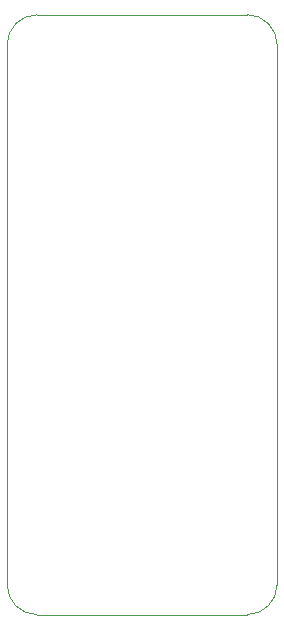
<source format=gbr>
%TF.GenerationSoftware,KiCad,Pcbnew,5.1.7-a382d34a8~88~ubuntu18.04.1*%
%TF.CreationDate,2022-09-03T09:09:10-04:00*%
%TF.ProjectId,project-MS88SF3-breakout,70726f6a-6563-4742-9d4d-533838534633,rev?*%
%TF.SameCoordinates,Original*%
%TF.FileFunction,Profile,NP*%
%FSLAX46Y46*%
G04 Gerber Fmt 4.6, Leading zero omitted, Abs format (unit mm)*
G04 Created by KiCad (PCBNEW 5.1.7-a382d34a8~88~ubuntu18.04.1) date 2022-09-03 09:09:10*
%MOMM*%
%LPD*%
G01*
G04 APERTURE LIST*
%TA.AperFunction,Profile*%
%ADD10C,0.050000*%
%TD*%
G04 APERTURE END LIST*
D10*
X56388000Y-80772000D02*
G75*
G02*
X58928000Y-83312000I0J-2540000D01*
G01*
X36068000Y-83312000D02*
G75*
G02*
X38608000Y-80772000I2540000J0D01*
G01*
X58928000Y-129032000D02*
G75*
G02*
X56388000Y-131572000I-2540000J0D01*
G01*
X38608000Y-131572000D02*
G75*
G02*
X36068000Y-129032000I0J2540000D01*
G01*
X36068000Y-129032000D02*
X36068000Y-83312000D01*
X56388000Y-131572000D02*
X38608000Y-131572000D01*
X58928000Y-83312000D02*
X58928000Y-129032000D01*
X38608000Y-80772000D02*
X56388000Y-80772000D01*
M02*

</source>
